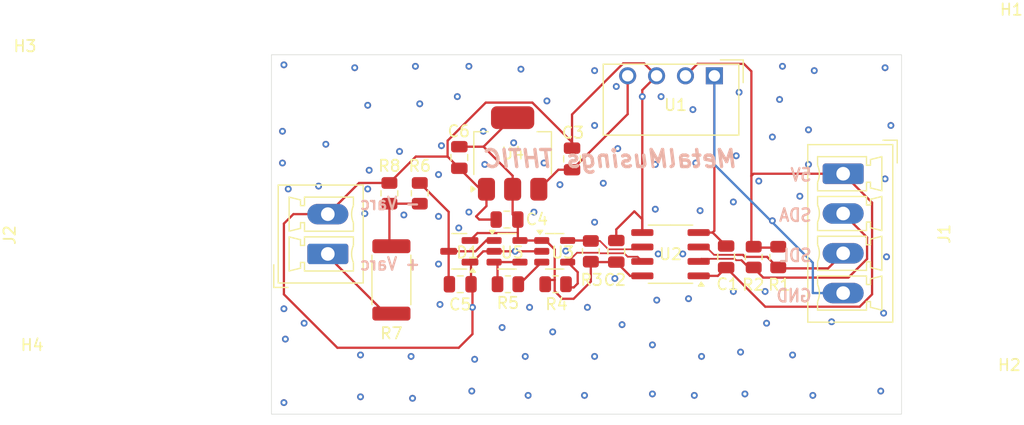
<source format=kicad_pcb>
(kicad_pcb (version 20240108) (generator "pcbnew") (generator_version "8.0")
  (title_block (comment 4 "AISLER Project ID: TCOKWDCI"))
  (layers (0 "F.Cu" signal) (31 "B.Cu" signal) (34 "B.Paste" user) (35 "F.Paste" user) (36 "B.SilkS" user "B.Silkscreen") (37 "F.SilkS" user "F.Silkscreen") (38 "B.Mask" user) (39 "F.Mask" user) (44 "Edge.Cuts" user))
  (net 0 "")
  (net 1 "GND")
  (net 2 "5V")
  (net 3 "GND_ISO")
  (net 4 "Net-(U1-+Vout)")
  (net 5 "VCC_ISO")
  (net 6 "Net-(J1-Pin_2)")
  (net 7 "Net-(J1-Pin_3)")
  (net 8 "Net-(U4-AIN)")
  (net 9 "Net-(U2-SDA2)")
  (net 10 "Net-(U2-SCL2)")
  (net 11 "Net-(D2-COM)")
  (net 12 "Net-(J2-Pin_1)")
  (net 13 "Net-(U7--)")
  (net 14 "Net-(R10-Pad2)")
  (footprint "Package_TO_SOT_SMD:SOT-23-5" (layer "F.Cu") (at 171.4985 100.6075)
    (property "Reference" "U3" (at 0.7135 0.1035 0) (layer "F.SilkS"))
    (property "Value" "MCP3221")
    (fp_line (start 0 -1.56) (end -0.8 -1.56) (stroke (width 0.12)) (layer "F.SilkS"))
    (fp_line (start 0 -1.56) (end 0.8 -1.56) (stroke (width 0.12)) (layer "F.SilkS"))
    (fp_line (start 0 1.56) (end -0.8 1.56) (stroke (width 0.12)) (layer "F.SilkS"))
    (fp_line (start 0 1.56) (end 0.8 1.56) (stroke (width 0.12)) (layer "F.SilkS"))
    (fp_poly (pts (xy -1.3 -1.51) (xy -1.54 -1.84) (xy -1.06 -1.84) (xy -1.3 -1.51)) (stroke (width 0.12)) (fill solid) (layer "F.SilkS"))
    (pad "1" smd roundrect (at -1.1375 -0.95) (size 1.325 0.6) (layers "F.Cu" "F.Paste" "F.Mask") (net 5 "VCC_ISO"))
    (pad "2" smd roundrect (at -1.1375 0) (size 1.325 0.6) (layers "F.Cu" "F.Paste" "F.Mask") (net 3 "GND_ISO"))
    (pad "3" smd roundrect (at -1.1375 0.95) (size 1.325 0.6) (layers "F.Cu" "F.Paste" "F.Mask") (net 8 "Net-(U4-AIN)"))
    (pad "4" smd roundrect (at 1.1375 0.95) (size 1.325 0.6) (layers "F.Cu" "F.Paste" "F.Mask") (net 9 "Net-(U2-SDA2)"))
    (pad "5" smd roundrect (at 1.1375 -0.95) (size 1.325 0.6) (layers "F.Cu" "F.Paste" "F.Mask") (net 10 "Net-(U2-SCL2)"))
  )
  (footprint "Package_TO_SOT_SMD:SOT-23-5" (layer "F.Cu") (at 167.3075 100.6075)
    (property "Reference" "U5" (at 0.4595 0.1035 0) (layer "F.SilkS"))
    (property "Value" "LMV321")
    (fp_line (start 0 -1.56) (end -0.8 -1.56) (stroke (width 0.12)) (layer "F.SilkS"))
    (fp_line (start 0 -1.56) (end 0.8 -1.56) (stroke (width 0.12)) (layer "F.SilkS"))
    (fp_line (start 0 1.56) (end -0.8 1.56) (stroke (width 0.12)) (layer "F.SilkS"))
    (fp_line (start 0 1.56) (end 0.8 1.56) (stroke (width 0.12)) (layer "F.SilkS"))
    (fp_poly (pts (xy -1.3 -1.51) (xy -1.54 -1.84) (xy -1.06 -1.84) (xy -1.3 -1.51)) (stroke (width 0.12)) (fill solid) (layer "F.SilkS"))
    (pad "1" smd roundrect (at -1.1375 -0.95) (size 1.325 0.6) (layers "F.Cu" "F.Paste" "F.Mask") (net 11 "Net-(D2-COM)"))
    (pad "2" smd roundrect (at -1.1375 0) (size 1.325 0.6) (layers "F.Cu" "F.Paste" "F.Mask") (net 3 "GND_ISO"))
    (pad "3" smd roundrect (at -1.1375 0.95) (size 1.325 0.6) (layers "F.Cu" "F.Paste" "F.Mask") (net 13 "Net-(U7--)"))
    (pad "4" smd roundrect (at 1.1375 0.95) (size 1.325 0.6) (layers "F.Cu" "F.Paste" "F.Mask") (net 13 "Net-(U7--)"))
    (pad "5" smd roundrect (at 1.1375 -0.95) (size 1.325 0.6) (layers "F.Cu" "F.Paste" "F.Mask") (net 5 "VCC_ISO"))
  )
  (footprint "MountingHole:MountingHole_3.2mm_M3" (layer "F.Cu") (at 197.612 87.249)
    (property "Reference" "H1" (at 14.0185 -7.9055 0) (layer "F.SilkS"))
    (property "Value" "MountingHole")
    (pad "" np_thru_hole circle (at 0 0) (size 3.2 3.2) (drill 3.2) (layers "*.Cu" "*.Mask"))
  )
  (footprint "Resistor_SMD:R_0805_2012Metric" (layer "F.Cu") (at 188.985867 101.115081 -90)
    (property "Reference" "R2" (at 2.4365 0.03875 180) (layer "F.SilkS"))
    (property "Value" "2k2")
    (fp_line (start -0.227064 0.735) (end 0.227064 0.735) (stroke (width 0.12)) (layer "F.SilkS"))
    (fp_line (start -0.227064 -0.735) (end 0.227064 -0.735) (stroke (width 0.12)) (layer "F.SilkS"))
    (pad "1" smd roundrect (at -0.9125 0 270) (size 1.025 1.4) (layers "F.Cu" "F.Paste" "F.Mask") (roundrect_rratio 0.243902) (net 2 "5V"))
    (pad "2" smd roundrect (at 0.9125 0 270) (size 1.025 1.4) (layers "F.Cu" "F.Paste" "F.Mask") (roundrect_rratio 0.243902) (net 6 "Net-(J1-Pin_2)"))
  )
  (footprint "Capacitor_SMD:C_0805_2012Metric" (layer "F.Cu") (at 163.195 103.505)
    (property "Reference" "C5" (at 0 1.778 0) (layer "F.SilkS"))
    (property "Value" "1nF")
    (fp_line (start -0.261252 -0.735) (end 0.261252 -0.735) (stroke (width 0.12)) (layer "F.SilkS"))
    (fp_line (start -0.261252 0.735) (end 0.261252 0.735) (stroke (width 0.12)) (layer "F.SilkS"))
    (pad "1" smd roundrect (at -0.95 0) (size 1 1.45) (layers "F.Cu" "F.Paste" "F.Mask") (net 11 "Net-(D2-COM)"))
    (pad "2" smd roundrect (at 0.95 0) (size 1 1.45) (layers "F.Cu" "F.Paste" "F.Mask") (net 3 "GND_ISO"))
  )
  (footprint "Package_TO_SOT_SMD:SOT-23" (layer "F.Cu") (at 163.1165 100.6075 180)
    (property "Reference" "D1" (at -0.7135 -0.1035 0) (layer "F.SilkS"))
    (property "Value" "BAT54S")
    (fp_line (start 0 1.56) (end 0.65 1.56) (stroke (width 0.12)) (layer "F.SilkS"))
    (fp_line (start 0 1.56) (end -0.65 1.56) (stroke (width 0.12)) (layer "F.SilkS"))
    (fp_line (start 0 -1.56) (end 0.65 -1.56) (stroke (width 0.12)) (layer "F.SilkS"))
    (fp_line (start 0 -1.56) (end -0.65 -1.56) (stroke (width 0.12)) (layer "F.SilkS"))
    (fp_poly (pts (xy -1.1625 -1.51) (xy -1.4025 -1.84) (xy -0.9225 -1.84) (xy -1.1625 -1.51)) (stroke (width 0.12)) (fill solid) (layer "F.SilkS"))
    (pad "1" smd roundrect (at -0.9375 -0.95 180) (size 1.475 0.6) (layers "F.Cu" "F.Paste" "F.Mask") (net 3 "GND_ISO"))
    (pad "2" smd roundrect (at -0.9375 0.95 180) (size 1.475 0.6) (layers "F.Cu" "F.Paste" "F.Mask") (net 5 "VCC_ISO"))
    (pad "3" smd roundrect (at 0.9375 0 180) (size 1.475 0.6) (layers "F.Cu" "F.Paste" "F.Mask") (net 11 "Net-(D2-COM)"))
  )
  (footprint "Capacitor_SMD:C_0805_2012Metric" (layer "F.Cu") (at 176.911 100.6075 90)
    (property "Reference" "C2" (at -2.5165 -0.127 180) (layer "F.SilkS"))
    (property "Value" "100nF")
    (fp_line (start -0.261252 -0.735) (end 0.261252 -0.735) (stroke (width 0.12)) (layer "F.SilkS"))
    (fp_line (start -0.261252 0.735) (end 0.261252 0.735) (stroke (width 0.12)) (layer "F.SilkS"))
    (pad "1" smd roundrect (at -0.95 0 90) (size 1 1.45) (layers "F.Cu" "F.Paste" "F.Mask") (net 5 "VCC_ISO"))
    (pad "2" smd roundrect (at 0.95 0 90) (size 1 1.45) (layers "F.Cu" "F.Paste" "F.Mask") (net 3 "GND_ISO"))
  )
  (footprint "Capacitor_SMD:C_0805_2012Metric" (layer "F.Cu") (at 167.3075 97.8135 180)
    (property "Reference" "C4" (at -2.6185 0.0235 180) (layer "F.SilkS"))
    (property "Value" "100nF")
    (fp_line (start -0.261252 0.735) (end 0.261252 0.735) (stroke (width 0.12)) (layer "F.SilkS"))
    (fp_line (start -0.261252 -0.735) (end 0.261252 -0.735) (stroke (width 0.12)) (layer "F.SilkS"))
    (pad "1" smd roundrect (at -0.95 0 180) (size 1 1.45) (layers "F.Cu" "F.Paste" "F.Mask") (net 5 "VCC_ISO"))
    (pad "2" smd roundrect (at 0.95 0 180) (size 1 1.45) (layers "F.Cu" "F.Paste" "F.Mask") (net 3 "GND_ISO"))
  )
  (footprint "MountingHole:MountingHole_3.2mm_M3" (layer "F.Cu") (at 150.759 87.249)
    (property "Reference" "H3" (at -25.81 -4.694 0) (layer "F.SilkS"))
    (property "Value" "MountingHole")
    (pad "" np_thru_hole circle (at 0 0) (size 3.2 3.2) (drill 3.2) (layers "*.Cu" "*.Mask"))
  )
  (footprint "Resistor_SMD:R_0805_2012Metric" (layer "F.Cu") (at 167.386 103.505 180)
    (property "Reference" "R5" (at 0 -1.65 0) (layer "F.SilkS"))
    (property "Value" "47")
    (fp_line (start -0.227064 0.735) (end 0.227064 0.735) (stroke (width 0.12)) (layer "F.SilkS"))
    (fp_line (start -0.227064 -0.735) (end 0.227064 -0.735) (stroke (width 0.12)) (layer "F.SilkS"))
    (pad "1" smd roundrect (at -0.9125 0 180) (size 1.025 1.4) (layers "F.Cu" "F.Paste" "F.Mask") (roundrect_rratio 0.243902) (net 8 "Net-(U4-AIN)"))
    (pad "2" smd roundrect (at 0.9125 0 180) (size 1.025 1.4) (layers "F.Cu" "F.Paste" "F.Mask") (roundrect_rratio 0.243902) (net 13 "Net-(U7--)"))
  )
  (footprint "Resistor_SMD:R_0805_2012Metric" (layer "F.Cu") (at 174.6735 100.6075 90)
    (property "Reference" "R3" (at -2.5165 0.0785 180) (layer "F.SilkS"))
    (property "Value" "2k2")
    (fp_line (start -0.227064 -0.735) (end 0.227064 -0.735) (stroke (width 0.12)) (layer "F.SilkS"))
    (fp_line (start -0.227064 0.735) (end 0.227064 0.735) (stroke (width 0.12)) (layer "F.SilkS"))
    (pad "1" smd roundrect (at -0.9125 0 90) (size 1.025 1.4) (layers "F.Cu" "F.Paste" "F.Mask") (roundrect_rratio 0.243902) (net 5 "VCC_ISO"))
    (pad "2" smd roundrect (at 0.9125 0 90) (size 1.025 1.4) (layers "F.Cu" "F.Paste" "F.Mask") (roundrect_rratio 0.243902) (net 10 "Net-(U2-SCL2)"))
  )
  (footprint "Package_SO:SOIC-8_3.9x4.9mm_P1.27mm" (layer "F.Cu") (at 181.675 100.8615 180)
    (property "Reference" "U2" (at 0 0 0) (layer "F.SilkS"))
    (property "Value" "ISO1540")
    (fp_line (start 0 2.56) (end 1.95 2.56) (stroke (width 0.12)) (layer "F.SilkS"))
    (fp_line (start 0 2.56) (end -1.95 2.56) (stroke (width 0.12)) (layer "F.SilkS"))
    (fp_line (start 0 -2.56) (end 1.95 -2.56) (stroke (width 0.12)) (layer "F.SilkS"))
    (fp_line (start 0 -2.56) (end -1.95 -2.56) (stroke (width 0.12)) (layer "F.SilkS"))
    (fp_poly (pts (xy -2.7 -2.465) (xy -2.94 -2.795) (xy -2.46 -2.795) (xy -2.7 -2.465)) (stroke (width 0.12)) (fill solid) (layer "F.SilkS"))
    (pad "1" smd roundrect (at -2.475 -1.905 180) (size 1.95 0.6) (layers "F.Cu" "F.Paste" "F.Mask") (net 2 "5V"))
    (pad "2" smd roundrect (at -2.475 -0.635 180) (size 1.95 0.6) (layers "F.Cu" "F.Paste" "F.Mask") (net 6 "Net-(J1-Pin_2)"))
    (pad "3" smd roundrect (at -2.475 0.635 180) (size 1.95 0.6) (layers "F.Cu" "F.Paste" "F.Mask") (net 7 "Net-(J1-Pin_3)"))
    (pad "4" smd roundrect (at -2.475 1.905 180) (size 1.95 0.6) (layers "F.Cu" "F.Paste" "F.Mask") (net 1 "GND"))
    (pad "5" smd roundrect (at 2.475 1.905 180) (size 1.95 0.6) (layers "F.Cu" "F.Paste" "F.Mask") (net 3 "GND_ISO"))
    (pad "6" smd roundrect (at 2.475 0.635 180) (size 1.95 0.6) (layers "F.Cu" "F.Paste" "F.Mask") (net 10 "Net-(U2-SCL2)"))
    (pad "7" smd roundrect (at 2.475 -0.635 180) (size 1.95 0.6) (layers "F.Cu" "F.Paste" "F.Mask") (net 9 "Net-(U2-SDA2)"))
    (pad "8" smd roundrect (at 2.475 -1.905 180) (size 1.95 0.6) (layers "F.Cu" "F.Paste" "F.Mask") (net 5 "VCC_ISO"))
  )
  (footprint "MountingHole:MountingHole_3.2mm_M3" (layer "F.Cu") (at 150.749 110.871)
    (property "Reference" "H4" (at -25.175 -2.018 0) (layer "F.SilkS"))
    (property "Value" "MountingHole")
    (pad "" np_thru_hole circle (at 0 0) (size 3.2 3.2) (drill 3.2) (layers "*.Cu" "*.Mask"))
  )
  (footprint "Resistor_SMD:R_2512_6332Metric" (layer "F.Cu") (at 157.1475 103.124 90)
    (property "Reference" "R7" (at -4.699 0 180) (layer "F.SilkS"))
    (property "Value" "100k")
    (fp_line (start -2.177064 -1.71) (end 2.177064 -1.71) (stroke (width 0.12)) (layer "F.SilkS"))
    (fp_line (start -2.177064 1.71) (end 2.177064 1.71) (stroke (width 0.12)) (layer "F.SilkS"))
    (pad "1" smd roundrect (at -2.9625 0 90) (size 1.225 3.35) (layers "F.Cu" "F.Paste" "F.Mask") (roundrect_rratio 0.204082) (net 12 "Net-(J2-Pin_1)"))
    (pad "2" smd roundrect (at 2.9625 0 90) (size 1.225 3.35) (layers "F.Cu" "F.Paste" "F.Mask") (roundrect_rratio 0.204082) (net 14 "Net-(R10-Pad2)"))
  )
  (footprint "Connector_Phoenix_MC:PhoenixContact_MCV_1,5_2-G-3.5_1x02_P3.50mm_Vertical" (layer "F.Cu") (at 151.5595 100.838 90)
    (property "Reference" "J2" (at 1.6625 -27.9615 90) (layer "F.SilkS"))
    (property "Value" "Plasma 300V")
    (fp_line (start -2.95 -4.75) (end -0.95 -4.75) (stroke (width 0.12)) (layer "F.SilkS"))
    (fp_line (start 6.06 -4.36) (end -2.56 -4.36) (stroke (width 0.12)) (layer "F.SilkS"))
    (fp_line (start -2.56 -4.36) (end -2.56 3.11) (stroke (width 0.12)) (layer "F.SilkS"))
    (fp_line (start -2.95 -3.5) (end -2.95 -4.75) (stroke (width 0.12)) (layer "F.SilkS"))
    (fp_line (start 5 -3.4) (end 4.75 -2.4) (stroke (width 0.12)) (layer "F.SilkS"))
    (fp_line (start 2 -3.4) (end 5 -3.4) (stroke (width 0.12)) (layer "F.SilkS"))
    (fp_line (start 1.5 -3.4) (end 1.25 -2.4) (stroke (width 0.12)) (layer "F.SilkS"))
    (fp_line (start -1.5 -3.4) (end 1.5 -3.4) (stroke (width 0.12)) (layer "F.SilkS"))
    (fp_line (start 4.75 -2.4) (end 4.25 -2.4) (stroke (width 0.12)) (layer "F.SilkS"))
    (fp_line (start 4.25 -2.4) (end 4.25 -2.05) (stroke (width 0.12)) (layer "F.SilkS"))
    (fp_line (start 2.75 -2.4) (end 2.25 -2.4) (stroke (width 0.12)) (layer "F.SilkS"))
    (fp_line (start 2.25 -2.4) (end 2 -3.4) (stroke (width 0.12)) (layer "F.SilkS"))
    (fp_line (start 1.25 -2.4) (end 0.75 -2.4) (stroke (width 0.12)) (layer "F.SilkS"))
    (fp_line (start 0.75 -2.4) (end 0.75 -2.05) (stroke (width 0.12)) (layer "F.SilkS"))
    (fp_line (start -0.75 -2.4) (end -1.25 -2.4) (stroke (width 0.12)) (layer "F.SilkS"))
    (fp_line (start -1.25 -2.4) (end -1.5 -3.4) (stroke (width 0.12)) (layer "F.SilkS"))
    (fp_line (start 5 -2.05) (end 5 2.25) (stroke (width 0.12)) (layer "F.SilkS"))
    (fp_line (start 4.25 -2.05) (end 5 -2.05) (stroke (width 0.12)) (layer "F.SilkS"))
    (fp_line (start 2.75 -2.05) (end 2.75 -2.4) (stroke (width 0.12)) (layer "F.SilkS"))
    (fp_line (start 2 -2.05) (end 2.75 -2.05) (stroke (width 0.12)) (layer "F.SilkS"))
    (fp_line (start 1.5 -2.05) (end 1.5 2.25) (stroke (width 0.12)) (layer "F.SilkS"))
    (fp_line (start 0.75 -2.05) (end 1.5 -2.05) (stroke (width 0.12)) (layer "F.SilkS"))
    (fp_line (start -0.75 -2.05) (end -0.75 -2.4) (stroke (width 0.12)) (layer "F.SilkS"))
    (fp_line (start -1.5 -2.05) (end -0.75 -2.05) (stroke (width 0.12)) (layer "F.SilkS"))
    (fp_line (start 5 2.25) (end 4.25 2.25) (stroke (width 0.12)) (layer "F.SilkS"))
    (fp_line (start 2.75 2.25) (end 2 2.25) (stroke (width 0.12)) (layer "F.SilkS"))
    (fp_line (start 2 2.25) (end 2 -2.05) (stroke (width 0.12)) (layer "F.SilkS"))
    (fp_line (start 1.5 2.25) (end 0.75 2.25) (stroke (width 0.12)) (layer "F.SilkS"))
    (fp_line (start -0.75 2.25) (end -1.5 2.25) (stroke (width 0.12)) (layer "F.SilkS"))
    (fp_line (start -1.5 2.25) (end -1.5 -2.05) (stroke (width 0.12)) (layer "F.SilkS"))
    (fp_line (start 6.06 3.11) (end 6.06 -4.36) (stroke (width 0.12)) (layer "F.SilkS"))
    (fp_line (start -2.56 3.11) (end 6.06 3.11) (stroke (width 0.12)) (layer "F.SilkS"))
    (fp_arc (start 2.75 2.25) (mid 3.499807 2.09191) (end 4.249647 2.249844) (stroke (width 0.12)) (layer "F.SilkS"))
    (fp_arc (start -0.75 2.25) (mid -0.000193 2.09191) (end 0.749647 2.249844) (stroke (width 0.12)) (layer "F.SilkS"))
    (pad "1" thru_hole roundrect (at 0 0 90) (size 1.8 3.6) (drill 1.2) (layers "*.Cu" "*.Mask") (roundrect_rratio 0.138889) (net 12 "Net-(J2-Pin_1)"))
    (pad "2" thru_hole oval (at 3.5 0 90) (size 1.8 3.6) (drill 1.2) (layers "*.Cu" "*.Mask") (net 3 "GND_ISO"))
  )
  (footprint "Capacitor_SMD:C_0805_2012Metric" (layer "F.Cu") (at 163.1165 92.3525 -90)
    (property "Reference" "C6" (at -2.3095 0.0485 180) (layer "F.SilkS"))
    (property "Value" "22uF Tant")
    (fp_line (start -0.261252 0.735) (end 0.261252 0.735) (stroke (width 0.12)) (layer "F.SilkS"))
    (fp_line (start -0.261252 -0.735) (end 0.261252 -0.735) (stroke (width 0.12)) (layer "F.SilkS"))
    (pad "1" smd roundrect (at -0.95 0 270) (size 1 1.45) (layers "F.Cu" "F.Paste" "F.Mask") (net 5 "VCC_ISO"))
    (pad "2" smd roundrect (at 0.95 0 270) (size 1 1.45) (layers "F.Cu" "F.Paste" "F.Mask") (net 3 "GND_ISO"))
  )
  (footprint "Capacitor_SMD:C_0805_2012Metric" (layer "F.Cu") (at 186.563 101.092 90)
    (property "Reference" "C1" (at -2.413 0.127 180) (layer "F.SilkS"))
    (property "Value" "100nF")
    (fp_line (start -0.261252 -0.735) (end 0.261252 -0.735) (stroke (width 0.12)) (layer "F.SilkS"))
    (fp_line (start -0.261252 0.735) (end 0.261252 0.735) (stroke (width 0.12)) (layer "F.SilkS"))
    (pad "1" smd roundrect (at -0.95 0 90) (size 1 1.45) (layers "F.Cu" "F.Paste" "F.Mask") (net 2 "5V"))
    (pad "2" smd roundrect (at 0.95 0 90) (size 1 1.45) (layers "F.Cu" "F.Paste" "F.Mask") (net 1 "GND"))
  )
  (footprint "Capacitor_SMD:C_0805_2012Metric" (layer "F.Cu") (at 173.0225 92.4795 90)
    (property "Reference" "C3" (at 2.3095 0.0785 180) (layer "F.SilkS"))
    (property "Value" "10uF")
    (fp_line (start -0.261252 -0.735) (end 0.261252 -0.735) (stroke (width 0.12)) (layer "F.SilkS"))
    (fp_line (start -0.261252 0.735) (end 0.261252 0.735) (stroke (width 0.12)) (layer "F.SilkS"))
    (pad "1" smd roundrect (at -0.95 0 90) (size 1 1.45) (layers "F.Cu" "F.Paste" "F.Mask") (net 4 "Net-(U1-+Vout)"))
    (pad "2" smd roundrect (at 0.95 0 90) (size 1 1.45) (layers "F.Cu" "F.Paste" "F.Mask") (net 3 "GND_ISO"))
  )
  (footprint "MountingHole:MountingHole_3.2mm_M3" (layer "F.Cu") (at 197.612 110.871)
    (property "Reference" "H2" (at 13.843 -0.254 0) (layer "F.SilkS"))
    (property "Value" "MountingHole")
    (pad "" np_thru_hole circle (at 0 0) (size 3.2 3.2) (drill 3.2) (layers "*.Cu" "*.Mask"))
  )
  (footprint "Package_TO_SOT_SMD:SOT-223-3_TabPin2" (layer "F.Cu") (at 167.8015 91.9965 90)
    (property "Reference" "U4" (at 0 0 0) (layer "F.SilkS"))
    (property "Value" "AMS1117-5")
    (fp_line (start 1.91 -3.41) (end 1.91 -2.15) (stroke (width 0.12)) (layer "F.SilkS"))
    (fp_line (start -1.85 -3.41) (end 1.91 -3.41) (stroke (width 0.12)) (layer "F.SilkS"))
    (fp_line (start 1.91 3.41) (end 1.91 2.15) (stroke (width 0.12)) (layer "F.SilkS"))
    (fp_line (start -1.85 3.41) (end 1.91 3.41) (stroke (width 0.12)) (layer "F.SilkS"))
    (fp_poly (pts (xy -3.13 -3.31) (xy -3.37 -3.64) (xy -2.89 -3.64) (xy -3.13 -3.31)) (stroke (width 0.12)) (fill solid) (layer "F.SilkS"))
    (pad "1" smd roundrect (at -3.15 -2.3 90) (size 2 1.5) (layers "F.Cu" "F.Paste" "F.Mask") (net 3 "GND_ISO"))
    (pad "2" smd roundrect (at -3.15 0 90) (size 2 1.5) (layers "F.Cu" "F.Paste" "F.Mask") (net 5 "VCC_ISO"))
    (pad "2" smd roundrect (at 3.15 0 90) (size 2 3.8) (layers "F.Cu" "F.Paste" "F.Mask") (net 5 "VCC_ISO"))
    (pad "3" smd roundrect (at -3.15 2.3 90) (size 2 1.5) (layers "F.Cu" "F.Paste" "F.Mask") (net 4 "Net-(U1-+Vout)"))
  )
  (footprint "Resistor_SMD:R_0805_2012Metric" (layer "F.Cu") (at 156.972 95.504 90)
    (property "Reference" "R8" (at 2.413 0 180) (layer "F.SilkS"))
    (property "Value" "2k7")
    (fp_line (start -0.227064 -0.735) (end 0.227064 -0.735) (stroke (width 0.12)) (layer "F.SilkS"))
    (fp_line (start -0.227064 0.735) (end 0.227064 0.735) (stroke (width 0.12)) (layer "F.SilkS"))
    (pad "1" smd roundrect (at -0.9125 0 90) (size 1.025 1.4) (layers "F.Cu" "F.Paste" "F.Mask") (roundrect_rratio 0.243902) (net 14 "Net-(R10-Pad2)"))
    (pad "2" smd roundrect (at 0.9125 0 90) (size 1.025 1.4) (layers "F.Cu" "F.Paste" "F.Mask") (roundrect_rratio 0.243902) (net 3 "GND_ISO"))
  )
  (footprint "Resistor_SMD:R_0805_2012Metric" (layer "F.Cu") (at 171.577 103.505)
    (property "Reference" "R4" (at 0.0785 1.7545 0) (layer "F.SilkS"))
    (property "Value" "2k2")
    (fp_line (start -0.227064 -0.735) (end 0.227064 -0.735) (stroke (width 0.12)) (layer "F.SilkS"))
    (fp_line (start -0.227064 0.735) (end 0.227064 0.735) (stroke (width 0.12)) (layer "F.SilkS"))
    (pad "1" smd roundrect (at -0.9125 0) (size 1.025 1.4) (layers "F.Cu" "F.Paste" "F.Mask") (roundrect_rratio 0.243902) (net 5 "VCC_ISO"))
    (pad "2" smd roundrect (at 0.9125 0) (size 1.025 1.4) (layers "F.Cu" "F.Paste" "F.Mask") (roundrect_rratio 0.243902) (net 9 "Net-(U2-SDA2)"))
  )
  (footprint "Converter_DCDC:Converter_DCDC_TRACO_TEA1-xxxx_THT" (layer "F.Cu") (at 185.5315 85.1645 -90)
    (property "Reference" "U1" (at 2.569 3.4135 0) (layer "F.SilkS"))
    (property "Value" "B0509S-1WR3")
    (fp_line (start -1.02 9.77) (end 5.22 9.77) (stroke (width 0.12)) (layer "F.SilkS"))
    (fp_line (start -1.4 -0.53) (end -1.4 -2.53) (stroke (width 0.12)) (layer "F.SilkS"))
    (fp_line (start -1.02 -2.15) (end -1.02 9.77) (stroke (width 0.12)) (layer "F.SilkS"))
    (fp_line (start -1.02 -2.15) (end 5.22 -2.15) (stroke (width 0.12)) (layer "F.SilkS"))
    (fp_line (start 5.22 -2.15) (end 5.22 9.77) (stroke (width 0.12)) (layer "F.SilkS"))
    (fp_line (start -1.4 -2.53) (end 0.6 -2.53) (stroke (width 0.12)) (layer "F.SilkS"))
    (pad "1" thru_hole rect (at 0 0 270) (size 1.5 1.5) (drill 1) (layers "*.Cu" "*.Mask") (net 1 "GND"))
    (pad "2" thru_hole circle (at 0 2.54 270) (size 1.5 1.5) (drill 1) (layers "*.Cu" "*.Mask") (net 2 "5V"))
    (pad "3" thru_hole circle (at 0 5.08 270) (size 1.5 1.5) (drill 1) (layers "*.Cu" "*.Mask") (net 3 "GND_ISO"))
    (pad "4" thru_hole circle (at 0 7.62 270) (size 1.5 1.5) (drill 1) (layers "*.Cu" "*.Mask") (net 4 "Net-(U1-+Vout)"))
  )
  (footprint "Resistor_SMD:R_0805_2012Metric" (layer "F.Cu") (at 191.144867 101.115081 -90)
    (property "Reference" "R1" (at 2.4365 -0.08825 180) (layer "F.SilkS"))
    (property "Value" "2k2")
    (fp_line (start -0.227064 0.735) (end 0.227064 0.735) (stroke (width 0.12)) (layer "F.SilkS"))
    (fp_line (start -0.227064 -0.735) (end 0.227064 -0.735) (stroke (width 0.12)) (layer "F.SilkS"))
    (pad "1" smd roundrect (at -0.9125 0 270) (size 1.025 1.4) (layers "F.Cu" "F.Paste" "F.Mask") (roundrect_rratio 0.243902) (net 2 "5V"))
    (pad "2" smd roundrect (at 0.9125 0 270) (size 1.025 1.4) (layers "F.Cu" "F.Paste" "F.Mask") (roundrect_rratio 0.243902) (net 7 "Net-(J1-Pin_3)"))
  )
  (footprint "Connector_Phoenix_MC:PhoenixContact_MCV_1,5_4-G-3.5_1x04_P3.50mm_Vertical" (layer "F.Cu") (at 196.85 93.782 -90)
    (property "Reference" "J1" (at 5.293 -8.89 90) (layer "F.SilkS"))
    (property "Value" "Conn_01x04_Pin")
    (fp_line (start -2.56 3.11) (end 13.06 3.11) (stroke (width 0.12)) (layer "F.SilkS"))
    (fp_line (start 13.06 3.11) (end 13.06 -4.36) (stroke (width 0.12)) (layer "F.SilkS"))
    (fp_line (start -1.5 2.25) (end -1.5 -2.05) (stroke (width 0.12)) (layer "F.SilkS"))
    (fp_line (start -0.75 2.25) (end -1.5 2.25) (stroke (width 0.12)) (layer "F.SilkS"))
    (fp_line (start 1.5 2.25) (end 0.75 2.25) (stroke (width 0.12)) (layer "F.SilkS"))
    (fp_line (start 2 2.25) (end 2 -2.05) (stroke (width 0.12)) (layer "F.SilkS"))
    (fp_line (start 2.75 2.25) (end 2 2.25) (stroke (width 0.12)) (layer "F.SilkS"))
    (fp_line (start 5 2.25) (end 4.25 2.25) (stroke (width 0.12)) (layer "F.SilkS"))
    (fp_line (start 5.5 2.25) (end 5.5 -2.05) (stroke (width 0.12)) (layer "F.SilkS"))
    (fp_line (start 6.25 2.25) (end 5.5 2.25) (stroke (width 0.12)) (layer "F.SilkS"))
    (fp_line (start 8.5 2.25) (end 7.75 2.25) (stroke (width 0.12)) (layer "F.SilkS"))
    (fp_line (start 9 2.25) (end 9 -2.05) (stroke (width 0.12)) (layer "F.SilkS"))
    (fp_line (start 9.75 2.25) (end 9 2.25) (stroke (width 0.12)) (layer "F.SilkS"))
    (fp_line (start 12 2.25) (end 11.25 2.25) (stroke (width 0.12)) (layer "F.SilkS"))
    (fp_line (start -1.5 -2.05) (end -0.75 -2.05) (stroke (width 0.12)) (layer "F.SilkS"))
    (fp_line (start -0.75 -2.05) (end -0.75 -2.4) (stroke (width 0.12)) (layer "F.SilkS"))
    (fp_line (start 0.75 -2.05) (end 1.5 -2.05) (stroke (width 0.12)) (layer "F.SilkS"))
    (fp_line (start 1.5 -2.05) (end 1.5 2.25) (stroke (width 0.12)) (layer "F.SilkS"))
    (fp_line (start 2 -2.05) (end 2.75 -2.05) (stroke (width 0.12)) (layer "F.SilkS"))
    (fp_line (start 2.75 -2.05) (end 2.75 -2.4) (stroke (width 0.12)) (layer "F.SilkS"))
    (fp_line (start 4.25 -2.05) (end 5 -2.05) (stroke (width 0.12)) (layer "F.SilkS"))
    (fp_line (start 5 -2.05) (end 5 2.25) (stroke (width 0.12)) (layer "F.SilkS"))
    (fp_line (start 5.5 -2.05) (end 6.25 -2.05) (stroke (width 0.12)) (layer "F.SilkS"))
    (fp_line (start 6.25 -2.05) (end 6.25 -2.4) (stroke (width 0.12)) (layer "F.SilkS"))
    (fp_line (start 7.75 -2.05) (end 8.5 -2.05) (stroke (width 0.12)) (layer "F.SilkS"))
    (fp_line (start 8.5 -2.05) (end 8.5 2.25) (stroke (width 0.12)) (layer "F.SilkS"))
    (fp_line (start 9 -2.05) (end 9.75 -2.05) (stroke (width 0.12)) (layer "F.SilkS"))
    (fp_line (start 9.75 -2.05) (end 9.75 -2.4) (stroke (width 0.12)) (layer "F.SilkS"))
    (fp_line (start 11.25 -2.05) (end 12 -2.05) (stroke (width 0.12)) (layer "F.SilkS"))
    (fp_line (start 12 -2.05) (end 12 2.25) (stroke (width 0.12)) (layer "F.SilkS"))
    (fp_line (start -1.25 -2.4) (end -1.5 -3.4) (stroke (width 0.12)) (layer "F.SilkS"))
    (fp_line (start -0.75 -2.4) (end -1.25 -2.4) (stroke (width 0.12)) (layer "F.SilkS"))
    (fp_line (start 0.75 -2.4) (end 0.75 -2.05) (stroke (width 0.12)) (layer "F.SilkS"))
    (fp_line (start 1.25 -2.4) (end 0.75 -2.4) (stroke (width 0.12)) (layer "F.SilkS"))
    (fp_line (start 2.25 -2.4) (end 2 -3.4) (stroke (width 0.12)) (layer "F.SilkS"))
    (fp_line (start 2.75 -2.4) (end 2.25 -2.4) (stroke (width 0.12)) (layer "F.SilkS"))
    (fp_line (start 4.25 -2.4) (end 4.25 -2.05) (stroke (width 0.12)) (layer "F.SilkS"))
    (fp_line (start 4.75 -2.4) (end 4.25 -2.4) (stroke (width 0.12)) (layer "F.SilkS"))
    (fp_line (start 5.75 -2.4) (end 5.5 -3.4) (stroke (width 0.12)) (layer "F.SilkS"))
    (fp_line (start 6.25 -2.4) (end 5.75 -2.4) (stroke (width 0.12)) (layer "F.SilkS"))
    (fp_line (start 7.75 -2.4) (end 7.75 -2.05) (stroke (width 0.12)) (layer "F.SilkS"))
    (fp_line (start 8.25 -2.4) (end 7.75 -2.4) (stroke (width 0.12)) (layer "F.SilkS"))
    (fp_line (start 9.25 -2.4) (end 9 -3.4) (stroke (width 0.12)) (layer "F.SilkS"))
    (fp_line (start 9.75 -2.4) (end 9.25 -2.4) (stroke (width 0.12)) (layer "F.SilkS"))
    (fp_line (start 11.25 -2.4) (end 11.25 -2.05) (stroke (width 0.12)) (layer "F.SilkS"))
    (fp_line (start 11.75 -2.4) (end 11.25 -2.4) (stroke (width 0.12)) (layer "F.SilkS"))
    (fp_line (start -1.5 -3.4) (end 1.5 -3.4) (stroke (width 0.12)) (layer "F.SilkS"))
    (fp_line (start 1.5 -3.4) (end 1.25 -2.4) (stroke (width 0.12)) (layer "F.SilkS"))
    (fp_line (start 2 -3.4) (end 5 -3.4) (stroke (width 0.12)) (layer "F.SilkS"))
    (fp_line (start 5 -3.4) (end 4.75 -2.4) (stroke (width 0.12)) (layer "F.SilkS"))
    (fp_line (start 5.5 -3.4) (end 8.5 -3.4) (stroke (width 0.12)) (layer "F.SilkS"))
    (fp_line (start 8.5 -3.4) (end 8.25 -2.4) (stroke (width 0.12)) (layer "F.SilkS"))
    (fp_line (start 9 -3.4) (end 12 -3.4) (stroke (width 0.12)) (layer "F.SilkS"))
    (fp_line (start 12 -3.4) (end 11.75 -2.4) (stroke (width 0.12)) (layer "F.SilkS"))
    (fp_line (start -2.95 -3.5) (end -2.95 -4.75) (stroke (width 0.12)) (layer "F.SilkS"))
    (fp_line (start -2.56 -4.36) (end -2.56 3.11) (stroke (width 0.12)) (layer "F.SilkS"))
    (fp_line (start 13.06 -4.36) (end -2.56 -4.36) (stroke (width 0.12)) (layer "F.SilkS"))
    (fp_line (start -2.95 -4.75) (end -0.95 -4.75) (stroke (width 0.12)) (layer "F.SilkS"))
    (fp_arc (start -0.75 2.25) (mid -0.000193 2.09191) (end 0.749647 2.249844) (stroke (width 0.12)) (layer "F.SilkS"))
    (fp_arc (start 2.75 2.25) (mid 3.499807 2.09191) (end 4.249647 2.249844) (stroke (width 0.12)) (layer "F.SilkS"))
    (fp_arc (start 6.25 2.25) (mid 6.999807 2.09191) (end 7.749647 2.249844) (stroke (width 0.12)) (layer "F.SilkS"))
    (fp_arc (start 9.75 2.25) (mid 10.499807 2.09191) (end 11.249647 2.249844) (stroke (width 0.12)) (layer "F.SilkS"))
    (pad "1" thru_hole roundrect (at 0 0 270) (size 1.8 3.6) (drill 1.2) (layers "*.Cu" "*.Mask") (roundrect_rratio 0.138889) (net 2 "5V"))
    (pad "2" thru_hole oval (at 3.5 0 270) (size 1.8 3.6) (drill 1.2) (layers "*.Cu" "*.Mask") (net 6 "Net-(J1-Pin_2)"))
    (pad "3" thru_hole oval (at 7 0 270) (size 1.8 3.6) (drill 1.2) (layers "*.Cu" "*.Mask") (net 7 "Net-(J1-Pin_3)"))
    (pad "4" thru_hole oval (at 10.5 0 270) (size 1.8 3.6) (drill 1.2) (layers "*.Cu" "*.Mask") (net 1 "GND"))
  )
  (footprint "Resistor_SMD:R_0805_2012Metric" (layer "F.Cu") (at 159.639 95.504 -90)
    (property "Reference" "R6" (at -2.413 0 0) (layer "F.SilkS"))
    (property "Value" "10k")
    (fp_line (start -0.227064 0.735) (end 0.227064 0.735) (stroke (width 0.12)) (layer "F.SilkS"))
    (fp_line (start -0.227064 -0.735) (end 0.227064 -0.735) (stroke (width 0.12)) (layer "F.SilkS"))
    (pad "1" smd roundrect (at -0.9125 0 270) (size 1.025 1.4) (layers "F.Cu" "F.Paste" "F.Mask") (roundrect_rratio 0.243902) (net 11 "Net-(D2-COM)"))
    (pad "2" smd roundrect (at 0.9125 0 270) (size 1.025 1.4) (layers "F.Cu" "F.Paste" "F.Mask") (roundrect_rratio 0.243902) (net 14 "Net-(R10-Pad2)"))
  )
  (gr_rect (start 146.6065 83.312) (end 201.9785 114.935) (stroke (width 0.05)) (fill none) (layer "Edge.Cuts"))
  (gr_text "MetalMusings THTIC" (at 187.706 93.345 0) (layer "B.SilkS") (effects (font (size 1.5 1.5) (thickness 0.3) (bold yes) (italic yes)) (justify left bottom mirror)))
  (gr_text "- Varc\n\n\n+ Varc\n" (at 159.766 102.362 0) (layer "B.SilkS") (effects (font (size 1.1 1) (thickness 0.2) (bold yes)) (justify left bottom mirror)))
  (gr_text "5V\n\nSDA\n\nSDL\n\nGND" (at 194.183 105.156 0) (layer "B.SilkS") (effects (font (size 1.1 1) (thickness 0.2) (bold yes)) (justify left bottom mirror)))
  (segment (start 185.3775 98.9565) (end 186.563 100.142) (width 0.2) (layer "F.Cu") (net 1))
  (segment (start 185.5315 98.8025) (end 185.3775 98.9565) (width 0.2) (layer "F.Cu") (net 1))
  (segment (start 185.5315 85.1645) (end 185.5315 98.8025) (width 0.2) (layer "F.Cu") (net 1))
  (segment (start 184.15 98.9565) (end 185.3775 98.9565) (width 0.2) (layer "F.Cu") (net 1))
  (via (at 191.516 84.328) (size 0.6) (drill 0.3) (layers "F.Cu" "B.Cu") (net 1))
  (via (at 188.214 113.157) (size 0.6) (drill 0.3) (layers "F.Cu" "B.Cu") (net 1))
  (via (at 187.833 109.474) (size 0.6) (drill 0.3) (layers "F.Cu" "B.Cu") (net 1))
  (via (at 200.152 112.903) (size 0.6) (drill 0.3) (layers "F.Cu" "B.Cu") (net 1))
  (via (at 187.706 86.614) (size 0.6) (drill 0.3) (layers "F.Cu" "B.Cu") (net 1))
  (via (at 189.43288 94.424882) (size 0.6) (drill 0.3) (layers "F.Cu" "B.Cu") (net 1))
  (via (at 201.041 89.535) (size 0.6) (drill 0.3) (layers "F.Cu" "B.Cu") (net 1))
  (via (at 193.04 95.758) (size 0.6) (drill 0.3) (layers "F.Cu" "B.Cu") (net 1))
  (via (at 183.769 113.284) (size 0.6) (drill 0.3) (layers "F.Cu" "B.Cu") (net 1))
  (via (at 200.533 84.455) (size 0.6) (drill 0.3) (layers "F.Cu" "B.Cu") (net 1))
  (via (at 200.533 94.234) (size 0.6) (drill 0.3) (layers "F.Cu" "B.Cu") (net 1))
  (via (at 184.277 97.028) (size 0.6) (drill 0.3) (layers "F.Cu" "B.Cu") (net 1))
  (via (at 191.262 87.249) (size 0.6) (drill 0.3) (layers "F.Cu" "B.Cu") (net 1))
  (via (at 190.627 97.917) (size 0.6) (drill 0.3) (layers "F.Cu" "B.Cu") (net 1))
  (via (at 200.66 101.092) (size 0.6) (drill 0.3) (layers "F.Cu" "B.Cu") (net 1))
  (via (at 200.406 106.045) (size 0.6) (drill 0.3) (layers "F.Cu" "B.Cu") (net 1))
  (via (at 184.404 109.855) (size 0.6) (drill 0.3) (layers "F.Cu" "B.Cu") (net 1))
  (via (at 192.405 109.728) (size 0.6) (drill 0.3) (layers "F.Cu" "B.Cu") (net 1))
  (via (at 187.452 92.202) (size 0.6) (drill 0.3) (layers "F.Cu" "B.Cu") (net 1))
  (via (at 187.198 104.14) (size 0.6) (drill 0.3) (layers "F.Cu" "B.Cu") (net 1))
  (via (at 183.642 88.138) (size 0.6) (drill 0.3) (layers "F.Cu" "B.Cu") (net 1))
  (via (at 189.992 104.14) (size 0.6) (drill 0.3) (layers "F.Cu" "B.Cu") (net 1))
  (via (at 190.627 90.551) (size 0.6) (drill 0.3) (layers "F.Cu" "B.Cu") (net 1))
  (via (at 187.198 96.266) (size 0.6) (drill 0.3) (layers "F.Cu" "B.Cu") (net 1))
  (via (at 193.802 89.916) (size 0.6) (drill 0.3) (layers "F.Cu" "B.Cu") (net 1))
  (via (at 182.753 100.838) (size 0.6) (drill 0.3) (layers "F.Cu" "B.Cu") (net 1))
  (via (at 194.183 113.284) (size 0.6) (drill 0.3) (layers "F.Cu" "B.Cu") (net 1))
  (via (at 194.31 84.709) (size 0.6) (drill 0.3) (layers "F.Cu" "B.Cu") (net 1))
  (via (at 190.119 106.934) (size 0.6) (drill 0.3) (layers "F.Cu" "B.Cu") (net 1))
  (via (at 183.896 92.837) (size 0.6) (drill 0.3) (layers "F.Cu" "B.Cu") (net 1))
  (via (at 193.802 92.964) (size 0.6) (drill 0.3) (layers "F.Cu" "B.Cu") (net 1))
  (via (at 195.834 106.807) (size 0.6) (drill 0.3) (layers "F.Cu" "B.Cu") (net 1))
  (via (at 183.261 104.775) (size 0.6) (drill 0.3) (layers "F.Cu" "B.Cu") (net 1))
  (segment (start 194.183 104.267) (end 194.198 104.282) (width 0.2) (layer "B.Cu") (net 1))
  (segment (start 194.198 104.282) (end 196.85 104.282) (width 0.2) (layer "B.Cu") (net 1))
  (segment (start 194.183 101.615) (end 185.5315 92.9635) (width 0.2) (layer "B.Cu") (net 1))
  (segment (start 185.5315 92.9635) (end 185.5315 85.1645) (width 0.2) (layer "B.Cu") (net 1))
  (segment (start 194.183 104.267) (end 194.183 101.615) (width 0.2) (layer "B.Cu") (net 1))
  (segment (start 199.39 104.394) (end 199.39 96.322) (width 0.2) (layer "F.Cu") (net 2))
  (segment (start 188.98088 93.782) (end 188.78288 93.98) (width 0.2) (layer "F.Cu") (net 2))
  (segment (start 196.85 93.782) (end 188.98088 93.782) (width 0.2) (layer "F.Cu") (net 2))
  (segment (start 189.01475 100.283) (end 191.17375 100.283) (width 0.2) (layer "F.Cu") (net 2))
  (segment (start 190.003 105.482) (end 198.302 105.482) (width 0.2) (layer "F.Cu") (net 2))
  (segment (start 184.15 102.7665) (end 185.8385 102.7665) (width 0.2) (layer "F.Cu") (net 2))
  (segment (start 188.78288 84.76988) (end 188.78288 93.98) (width 0.2) (layer "F.Cu") (net 2))
  (segment (start 198.302 105.482) (end 199.39 104.394) (width 0.2) (layer "F.Cu") (net 2))
  (segment (start 188.78288 100.05113) (end 189.01475 100.283) (width 0.2) (layer "F.Cu") (net 2))
  (segment (start 188.1275 84.1145) (end 188.78288 84.76988) (width 0.2) (layer "F.Cu") (net 2))
  (segment (start 188.78288 93.98) (end 188.78288 100.05113) (width 0.2) (layer "F.Cu") (net 2))
  (segment (start 199.39 96.322) (end 196.85 93.782) (width 0.2) (layer "F.Cu") (net 2))
  (segment (start 182.9915 85.1645) (end 184.0415 84.1145) (width 0.2) (layer "F.Cu") (net 2))
  (segment (start 186.563 102.042) (end 190.003 105.482) (width 0.2) (layer "F.Cu") (net 2))
  (segment (start 185.8385 102.7665) (end 186.563 102.042) (width 0.2) (layer "F.Cu") (net 2))
  (segment (start 184.0415 84.1145) (end 188.1275 84.1145) (width 0.2) (layer "F.Cu") (net 2))
  (segment (start 164.8695 97.8135) (end 164.592 97.536) (width 0.2) (layer "F.Cu") (net 3))
  (segment (start 159.2912 92.2723) (end 162.0864 92.2723) (width 0.2) (layer "F.Cu") (net 3))
  (segment (start 147.701 104.394) (end 147.701 98.171) (width 0.2) (layer "F.Cu") (net 3))
  (segment (start 164.145 103.505) (end 164.272 103.632) (width 0.2) (layer "F.Cu") (net 3))
  (segment (start 178.4985 97.0915) (end 176.911 98.679) (width 0.2) (layer "F.Cu") (net 3))
  (segment (start 148.534 97.338) (end 151.5595 97.338) (width 0.2) (layer "F.Cu") (net 3))
  (segment (start 179.361 84.074) (end 180.4515 85.1645) (width 0.2) (layer "F.Cu") (net 3))
  (segment (start 176.911 98.679) (end 176.911 99.6575) (width 0.2) (layer "F.Cu") (net 3))
  (segment (start 173.0225 88.568575) (end 177.517075 84.074) (width 0.2) (layer "F.Cu") (net 3))
  (segment (start 179.197 86.419) (end 179.197 86.995) (width 0.2) (layer "F.Cu") (net 3))
  (segment (start 156.972 94.5915) (end 159.2912 92.2723) (width 0.2) (layer "F.Cu") (net 3))
  (segment (start 169.5367 87.5235) (end 165.4377 87.5235) (width 0.2) (layer "F.Cu") (net 3))
  (segment (start 162.0864 92.2723) (end 163.1165 93.3024) (width 0.2) (layer "F.Cu") (net 3))
  (segment (start 151.5595 97.338) (end 154.306 94.5915) (width 0.2) (layer "F.Cu") (net 3))
  (segment (start 179.197 98.9535) (end 179.2 98.9565) (width 0.2) (layer "F.Cu") (net 3))
  (segment (start 164.272 105.537) (end 164.272 107.889) (width 0.2) (layer "F.Cu") (net 3))
  (segment (start 166.17 100.6075) (end 168.021 100.6075) (width 0.2) (layer "F.Cu") (net 3))
  (segment (start 173.0225 91.5295) (end 173.0225 88.568575) (width 0.2) (layer "F.Cu") (net 3))
  (segment (start 165.5015 96.6265) (end 164.592 97.536) (width 0.2) (layer "F.Cu") (net 3))
  (segment (start 177.517075 84.074) (end 179.361 84.074) (width 0.2) (layer "F.Cu") (net 3))
  (segment (start 164.272 107.889) (end 163.068 109.093) (width 0.2) (layer "F.Cu") (net 3))
  (segment (start 173.0225 91.5295) (end 173.0225 91.0093) (width 0.2) (layer "F.Cu") (net 3))
  (segment (start 164.272 103.632) (end 164.272 105.537) (width 0.2) (layer "F.Cu") (net 3))
  (segment (start 154.306 94.5915) (end 156.972 94.5915) (width 0.2) (layer "F.Cu") (net 3))
  (segment (start 166.17 100.6075) (end 165.222 100.6075) (width 0.2) (layer "F.Cu") (net 3))
  (segment (start 166.3575 97.8135) (end 164.8695 97.8135) (width 0.2) (layer "F.Cu") (net 3))
  (segment (start 147.701 98.171) (end 148.534 97.338) (width 0.2) (layer "F.Cu") (net 3))
  (segment (start 162.0864 90.8748) (end 162.0864 92.2723) (width 0.2) (layer "F.Cu") (net 3))
  (segment (start 163.068 109.093) (end 152.4 109.093) (width 0.2) (layer "F.Cu") (net 3))
  (segment (start 180.4515 85.1645) (end 179.197 86.419) (width 0.2) (layer "F.Cu") (net 3))
  (segment (start 173.0225 91.0093) (end 169.5367 87.5235) (width 0.2) (layer "F.Cu") (net 3))
  (segment (start 179.197 86.995) (end 179.197 98.9535) (width 0.2) (layer "F.Cu") (net 3))
  (segment (start 165.5015 95.1465) (end 165.5015 96.6265) (width 0.2) (layer "F.Cu") (net 3))
  (segment (start 179.2 98.9565) (end 179.2 97.793) (width 0.2) (layer "F.Cu") (net 3))
  (segment (start 168.021 100.6075) (end 170.361 100.6075) (width 0.2) (layer "F.Cu") (net 3))
  (segment (start 164.145 101.6845) (end 164.145 103.505) (width 0.2) (layer "F.Cu") (net 3))
  (segment (start 164.9605 95.1465) (end 163.1165 93.3025) (width 0.2) (layer "F.Cu") (net 3))
  (segment (start 165.222 100.6075) (end 164.145 101.6845) (width 0.2) (layer "F.Cu") (net 3))
  (segment (start 179.2 97.793) (end 178.4985 97.0915) (width 0.2) (layer "F.Cu") (net 3))
  (segment (start 152.4 109.093) (end 147.701 104.394) (width 0.2) (layer "F.Cu") (net 3))
  (segment (start 165.4377 87.5235) (end 162.0864 90.8748) (width 0.2) (layer "F.Cu") (net 3))
  (via (at 155.067 95.123) (size 0.6) (drill 0.3) (layers "F.Cu" "B.Cu") (net 3))
  (via (at 161.417 105.283) (size 0.6) (drill 0.3) (layers "F.Cu" "B.Cu") (net 3))
  (via (at 165.227 90.043) (size 0.6) (drill 0.3) (layers "F.Cu" "B.Cu") (net 3))
  (via (at 179.197 86.995) (size 0.6) (drill 0.3) (layers "F.Cu" "B.Cu") (net 3))
  (via (at 168.529 84.582) (size 0.6) (drill 0.3) (layers "F.Cu" "B.Cu") (net 3))
  (via (at 154.432 109.728) (size 0.6) (drill 0.3) (layers "F.Cu" "B.Cu") (net 3))
  (via (at 164.211 112.903) (size 0.6) (drill 0.3) (layers "F.Cu" "B.Cu") (net 3))
  (via (at 153.924 84.455) (size 0.6) (drill 0.3) (layers "F.Cu" "B.Cu") (net 3))
  (via (at 175.006 84.709) (size 0.6) (drill 0.3) (layers "F.Cu" "B.Cu") (net 3))
  (via (at 155.194 93.472) (size 0.6) (drill 0.3) (layers "F.Cu" "B.Cu") (net 3))
  (via (at 164.272 105.537) (size 0.6) (drill 0.3) (layers "F.Cu" "B.Cu") (net 3))
  (via (at 169.672 97.155) (size 0.6) (drill 0.3) (layers "F.Cu" "B.Cu") (net 3))
  (via (at 151.384 91.186) (size 0.6) (drill 0.3) (layers "F.Cu" "B.Cu") (net 3))
  (via (at 147.701 84.201) (size 0.6) (drill 0.3) (layers "F.Cu" "B.Cu") (net 3))
  (via (at 180.086 108.839) (size 0.6) (drill 0.3) (layers "F.Cu" "B.Cu") (net 3))
  (via (at 154.813 97.282) (size 0.6) (drill 0.3) (layers "F.Cu" "B.Cu") (net 3))
  (via (at 175.768 94.615) (size 0.6) (drill 0.3) (layers "F.Cu" "B.Cu") (net 3))
  (via (at 174.117 113.284) (size 0.6) (drill 0.3) (layers "F.Cu" "B.Cu") (net 3))
  (via (at 180.34 92.964) (size 0.6) (drill 0.3) (layers "F.Cu" "B.Cu") (net 3))
  (via (at 159.004 113.538) (size 0.6) (drill 0.3) (layers "F.Cu" "B.Cu") (net 3))
  (via (at 147.828 108.331) (size 0.6) (drill 0.3) (layers "F.Cu" "B.Cu") (net 3))
  (via (at 163.068 98.552) (size 0.6) (drill 0.3) (layers "F.Cu" "B.Cu") (net 3))
  (via (at 170.561 92.837) (size 0.6) (drill 0.3) (layers "F.Cu" "B.Cu") (net 3))
  (via (at 163.957 97.155) (size 0.6) (drill 0.3) (layers "F.Cu" "B.Cu") (net 3))
  (via (at 169.291 105.537) (size 0.6) (drill 0.3) (layers "F.Cu" "B.Cu") (net 3))
  (via (at 180.848 86.995) (size 0.6) (drill 0.3) (layers "F.Cu" "B.Cu") (net 3))
  (via (at 165.354 92.964) (size 0.6) (drill 0.3) (layers "F.Cu" "B.Cu") (net 3))
  (via (at 175.006 109.855) (size 0.6) (drill 0.3) (layers "F.Cu" "B.Cu") (net 3))
  (via (at 180.467 104.902) (size 0.6) (drill 0.3) (layers "F.Cu" "B.Cu") (net 3))
  (via (at 158.877 109.855) (size 0.6) (drill 0.3) (layers "F.Cu" "B.Cu") (net 3))
  (via (at 149.479 106.934) (size 0.6) (drill 0.3) (layers "F.Cu" "B.Cu") (net 3))
  (via (at 170.815 87.376) (size 0.6) (drill 0.3) (layers "F.Cu" "B.Cu") (net 3))
  (via (at 161.29 97.536) (size 0.6) (drill 0.3) (layers "F.Cu" "B.Cu") (net 3))
  (via (at 177.038 91.567) (size 0.6) (drill 0.3) (layers "F.Cu" "B.Cu") (net 3))
  (via (at 162.941 86.995) (size 0.6) (drill 0.3) (layers "F.Cu" "B.Cu") (net 3))
  (via (at 169.164 113.284) (size 0.6) (drill 0.3) (layers "F.Cu" "B.Cu") (net 3))
  (via (at 175.006 89.535) (size 0.6) (drill 0.3) (layers "F.Cu" "B.Cu") (net 3))
  (via (at 175.006 98.044) (size 0.6) (drill 0.3) (layers "F.Cu" "B.Cu") (net 3))
  (via (at 166.878 107.315) (size 0.6) (drill 0.3) (layers "F.Cu" "B.Cu") (net 3))
  (via (at 154.432 113.411) (size 0.6) (drill 0.3) (layers "F.Cu" "B.Cu") (net 3))
  (via (at 171.958 94.742) (size 0.6) (drill 0.3) (layers "F.Cu" "B.Cu") (net 3))
  (via (at 176.784 102.997) (size 0.6) (drill 0.3) (layers "F.Cu" "B.Cu") (net 3))
  (via (at 167.894 91.059) (size 0.6) (drill 0.3) (layers "F.Cu" "B.Cu") (net 3))
  (via (at 147.574 92.837) (size 0.6) (drill 0.3) (layers "F.Cu" "B.Cu") (net 3))
  (via (at 174.371 105.537) (size 0.6) (drill 0.3) (layers "F.Cu" "B.Cu") (net 3))
  (via (at 158.242 97.409) (size 0.6) (drill 0.3) (layers "F.Cu" "B.Cu") (net 3))
  (via (at 159.258 84.328) (size 0.6) (drill 0.3) (layers "F.Cu" "B.Cu") (net 3))
  (via (at 180.34 96.901) (size 0.6) (drill 0.3) (layers "F.Cu" "B.Cu") (net 3))
  (via (at 147.701 113.919) (size 0.6) (drill 0.3) (layers "F.Cu" "B.Cu") (net 3))
  (via (at 177.419 107.061) (size 0.6) (drill 0.3) (layers "F.Cu" "B.Cu") (net 3))
  (via (at 161.29 93.853) (size 0.6) (drill 0.3) (layers "F.Cu" "B.Cu") (net 3))
  (via (at 159.639 87.63) (size 0.6) (drill 0.3) (layers "F.Cu" "B.Cu") (net 3))
  (via (at 161.544 91.313) (size 0.6) (drill 0.3) (layers "F.Cu" "B.Cu") (net 3))
  (via (at 148.082 95.123) (size 0.6) (drill 0.3) (layers "F.Cu" "B.Cu") (net 3))
  (via (at 163.957 84.328) (size 0.6) (drill 0.3) (layers "F.Cu" "B.Cu") (net 3))
  (via (at 168.91 109.855) (size 0.6) (drill 0.3) (layers "F.Cu" "B.Cu") (net 3))
  (via (at 180.086 113.157) (size 0.6) (drill 0.3) (layers "F.Cu" "B.Cu") (net 3))
  (via (at 161.29 101.727) (size 0.6) (drill 0.3) (layers "F.Cu" "B.Cu") (net 3))
  (via (at 176.911 86.106) (size 0.6) (drill 0.3) (layers "F.Cu" "B.Cu") (net 3))
  (via (at 157.861 91.821) (size 0.6) (drill 0.3) (layers "F.Cu" "B.Cu") (net 3))
  (via (at 180.594 100.838) (size 0.6) (drill 0.3) (layers "F.Cu" "B.Cu") (net 3))
  (via (at 150.749 94.869) (size 0.6) (drill 0.3) (layers "F.Cu" "B.Cu") (net 3))
  (via (at 168.021 100.6075) (size 0.6) (drill 0.3) (layers "F.Cu" "B.Cu") (net 3))
  (via (at 172.466 100.584) (size 0.6) (drill 0.3) (layers "F.Cu" "B.Cu") (net 3))
  (via (at 171.323 107.696) (size 0.6) (drill 0.3) (layers "F.Cu" "B.Cu") (net 3))
  (via (at 164.465 110.109) (size 0.6) (drill 0.3) (layers "F.Cu" "B.Cu") (net 3))
  (via (at 147.574 90.043) (size 0.6) (drill 0.3) (layers "F.Cu" "B.Cu") (net 3))
  (via (at 147.701 105.664) (size 0.6) (drill 0.3) (layers "F.Cu" "B.Cu") (net 3))
  (via (at 155.067 87.757) (size 0.6) (drill 0.3) (layers "F.Cu" "B.Cu") (net 3))
  (segment (start 171.8185 93.4295) (end 170.1015 95.1465) (width 0.2) (layer "F.Cu") (net 4))
  (segment (start 173.0225 93.4295) (end 171.8185 93.4295) (width 0.2) (layer "F.Cu") (net 4))
  (segment (start 177.9115 88.5405) (end 173.0225 93.4295) (width 0.2) (layer "F.Cu") (net 4))
  (segment (start 177.9115 85.1645) (end 177.9115 88.5405) (width 0.2) (layer "F.Cu") (net 4))
  (segment (start 174.6735 101.52) (end 174.6735 103.271244) (width 0.2) (layer "F.Cu") (net 5))
  (segment (start 171.0455 103.124) (end 170.84 103.3295) (width 0.2) (layer "F.Cu") (net 5))
  (segment (start 168.2575 97.8135) (end 167.8015 97.3575) (width 0.2) (layer "F.Cu") (net 5))
  (segment (start 164.7077 99.0038) (end 164.054 99.6575) (width 0.2) (layer "F.Cu") (net 5))
  (segment (start 171.4985 104.113244) (end 171.4985 103.124) (width 0.2) (layer "F.Cu") (net 5))
  (segment (start 170.7132 99.6575) (end 171.4985 100.4428) (width 0.2) (layer "F.Cu") (net 5))
  (segment (start 167.8015 93.9585) (end 165.2455 91.4025) (width 0.2) (layer "F.Cu") (net 5))
  (segment (start 179.2 102.7665) (end 178.12 102.7665) (width 0.2) (layer "F.Cu") (net 5))
  (segment (start 171.4985 103.124) (end 171.0455 103.124) (width 0.2) (layer "F.Cu") (net 5))
  (segment (start 174.6735 103.271244) (end 173.162244 104.7825) (width 0.2) (layer "F.Cu") (net 5))
  (segment (start 168.445 99.6575) (end 170.361 99.6575) (width 0.2) (layer "F.Cu") (net 5))
  (segment (start 170.84 103.3295) (end 170.84 103.7825) (width 0.2) (layer "F.Cu") (net 5))
  (segment (start 168.2575 97.8135) (end 168.2575 99.0038) (width 0.2) (layer "F.Cu") (net 5))
  (segment (start 171.4985 100.4428) (end 171.4985 103.124) (width 0.2) (layer "F.Cu") (net 5))
  (segment (start 172.167756 104.7825) (end 171.4985 104.113244) (width 0.2) (layer "F.Cu") (net 5))
  (segment (start 168.2575 99.0038) (end 168.2575 99.47) (width 0.2) (layer "F.Cu") (net 5))
  (segment (start 165.2455 91.4025) (end 163.1165 91.4025) (width 0.2) (layer "F.Cu") (net 5))
  (segment (start 167.8015 95.1465) (end 167.8015 93.9585) (width 0.2) (layer "F.Cu") (net 5))
  (segment (start 168.2575 99.0038) (end 164.7077 99.0038) (width 0.2) (layer "F.Cu") (net 5))
  (segment (start 167.8015 97.3575) (end 167.8015 95.1465) (width 0.2) (layer "F.Cu") (net 5))
  (segment (start 173.162244 104.7825) (end 172.167756 104.7825) (width 0.2) (layer "F.Cu") (net 5))
  (segment (start 178.12 102.7665) (end 176.911 101.5575) (width 0.2) (layer "F.Cu") (net 5))
  (segment (start 176.911 101.5575) (end 174.711 101.5575) (width 0.2) (layer "F.Cu") (net 5))
  (segment (start 167.8015 88.8465) (end 165.2455 91.4025) (width 0.2) (layer "F.Cu") (net 5))
  (segment (start 184.15 101.4965) (end 184.3795 101.267) (width 0.15) (layer "F.Cu") (net 6))
  (segment (start 198.95 101.279056) (end 198.95 99.382) (width 0.2) (layer "F.Cu") (net 6))
  (segment (start 187.44667 101.394) (end 187.912 101.394) (width 0.15) (layer "F.Cu") (net 6))
  (segment (start 197.308556 102.9205) (end 198.95 101.279056) (width 0.2) (layer "F.Cu") (net 6))
  (segment (start 184.3795 101.267) (end 187.31967 101.267) (width 0.15) (layer "F.Cu") (net 6))
  (segment (start 187.31967 101.267) (end 187.44667 101.394) (width 0.15) (layer "F.Cu") (net 6))
  (segment (start 198.95 99.382) (end 196.85 97.282) (width 0.2) (layer "F.Cu") (net 6))
  (segment (start 189.82725 102.9205) (end 197.308556 102.9205) (width 0.2) (layer "F.Cu") (net 6))
  (segment (start 189.01475 102.108) (end 188.626 102.108) (width 0.2) (layer "F.Cu") (net 6))
  (segment (start 189.01475 102.108) (end 189.82725 102.9205) (width 0.2) (layer "F.Cu") (net 6))
  (segment (start 188.626 102.108) (end 187.912 101.394) (width 0.2) (layer "F.Cu") (net 6))
  (segment (start 188.214 101.092) (end 188.039 100.917) (width 0.2) (layer "F.Cu") (net 7))
  (segment (start 188.039 100.917) (end 187.5 100.917) (width 0.2) (layer "F.Cu") (net 7))
  (segment (start 184.8126 100.2265) (end 185.5031 100.917) (width 0.15) (layer "F.Cu") (net 7))
  (segment (start 195.524 102.108) (end 191.17375 102.108) (width 0.2) (layer "F.Cu") (net 7))
  (segment (start 191.17375 102.108) (end 190.15775 101.092) (width 0.2) (layer "F.Cu") (net 7))
  (segment (start 190.15775 101.092) (end 188.214 101.092) (width 0.2) (layer "F.Cu") (net 7))
  (segment (start 196.85 100.782) (end 195.524 102.108) (width 0.2) (layer "F.Cu") (net 7))
  (segment (start 185.5031 100.917) (end 187.5 100.917) (width 0.15) (layer "F.Cu") (net 7))
  (segment (start 170.361 101.5575) (end 170.3495 101.5575) (width 0.2) (layer "F.Cu") (net 8))
  (segment (start 170.3495 101.5575) (end 168.39 103.517) (width 0.2) (layer "F.Cu") (net 8))
  (segment (start 168.39 103.517) (end 168.39 103.5285) (width 0.2) (layer "F.Cu") (net 8))
  (segment (start 175.4425 100.7825) (end 175.3925 100.7325) (width 0.15) (layer "F.Cu") (net 9))
  (segment (start 172.665 103.7825) (end 173.1748 103.7825) (width 0.2) (layer "F.Cu") (net 9))
  (segment (start 178.78661 101.08311) (end 177.911 101.08311) (width 0.15) (layer "F.Cu") (net 9))
  (segment (start 173.1748 103.7825) (end 173.5198 103.4375) (width 0.2) (layer "F.Cu") (net 9))
  (segment (start 177.911 101.08311) (end 177.61039 100.7825) (width 0.15) (layer "F.Cu") (net 9))
  (segment (start 179.2 101.4965) (end 178.78661 101.08311) (width 0.15) (layer "F.Cu") (net 9))
  (segment (start 173.461 100.7325) (end 172.636 101.5575) (width 0.15) (layer "F.Cu") (net 9))
  (segment (start 173.5198 103.4375) (end 173.5198 102.4413) (width 0.2) (layer "F.Cu") (net 9))
  (segment (start 175.3925 100.7325) (end 173.461 100.7325) (width 0.15) (layer "F.Cu") (net 9))
  (segment (start 173.5198 102.4413) (end 172.636 101.5575) (width 0.2) (layer "F.Cu") (net 9))
  (segment (start 177.61039 100.7825) (end 175.4425 100.7825) (width 0.15) (layer "F.Cu") (net 9))
  (segment (start 178.994 100.4325) (end 176.21161 100.4325) (width 0.15) (layer "F.Cu") (net 10))
  (segment (start 175.47411 99.695) (end 174.6735 99.695) (width 0.15) (layer "F.Cu") (net 10))
  (segment (start 176.21161 100.4325) (end 175.47411 99.695) (width 0.15) (layer "F.Cu") (net 10))
  (segment (start 172.636 99.6575) (end 174.636 99.6575) (width 0.2) (layer "F.Cu") (net 10))
  (segment (start 162.179 100.6075) (end 162.179 97.1315) (width 0.2) (layer "F.Cu") (net 11))
  (segment (start 162.179 97.1315) (end 159.639 94.5915) (width 0.2) (layer "F.Cu") (net 11))
  (segment (start 165.4821 99.6575) (end 164.5321 100.6075) (width 0.2) (layer "F.Cu") (net 11))
  (segment (start 164.5321 100.6075) (end 162.179 100.6075) (width 0.2) (layer "F.Cu") (net 11))
  (segment (start 166.17 99.6575) (end 165.4821 99.6575) (width 0.2) (layer "F.Cu") (net 11))
  (segment (start 162.179 103.439) (end 162.372 103.632) (width 0.2) (layer "F.Cu") (net 11))
  (segment (start 162.179 100.6075) (end 162.179 103.439) (width 0.2) (layer "F.Cu") (net 11))
  (segment (start 151.899 100.838) (end 151.899 101.353) (width 0.2) (layer "F.Cu") (net 12))
  (segment (start 151.899 101.353) (end 156.6325 106.0865) (width 0.2) (layer "F.Cu") (net 12))
  (segment (start 156.6325 106.0865) (end 157.1475 106.0865) (width 0.2) (layer "F.Cu") (net 12))
  (segment (start 166.4735 101.5575) (end 166.4735 103.48) (width 0.2) (layer "F.Cu") (net 13))
  (segment (start 168.445 101.5575) (end 166.4735 101.5575) (width 0.2) (layer "F.Cu") (net 13))
  (segment (start 166.4735 103.48) (end 166.522 103.5285) (width 0.2) (layer "F.Cu") (net 13))
  (segment (start 159.639 96.4165) (end 156.972 96.4165) (width 0.2) (layer "F.Cu") (net 14))
  (segment (start 156.972 96.4165) (end 156.972 99.986) (width 0.2) (layer "F.Cu") (net 14))
  (segment (start 156.972 99.986) (end 157.1475 100.1615) (width 0.2) (layer "F.Cu") (net 14))
)
</source>
